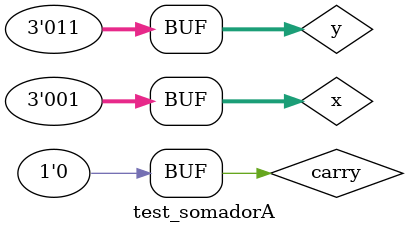
<source format=v>


// ------------------------- 
// nbit adder 
// ------------------------- 
module FullAdder(s, c_out, x, y, c_in);
  output s, c_out;
  input x, y, c_in;
  wire a, b, c;
// descrever por portas 
  xor (a, x, y);
  xor (s, a, c_in);   
  and (b, x, y);
  and (c, a, c_in);
  or (c_out, c, b);
endmodule //FullAdder

// ------------------------- 
// somador algebrico
// ------------------------- 
module somadorA(s, c_out, x, y, c_in);
  output [2:0] s;
  output c_out;
  input  [2:0] x, y;
  input c_in;
  wire c1, c2, z1, z2, z3, z4;
  // descrever por portas 
  xor (z1, y[0] , c_in);
  xor (z2, y[1] , c_in);
  xor (z3, y[2] , c_in);
  FullAdder FA0(s[0], c1, x[0], z1, c_in);
  FullAdder FA1(s[1], c2, x[1], z2, c1);
  FullAdder FA2(s[2], z4, x[2], z3, c2);
  xor (c_out, z4 , c_in);
endmodule //somadorA

// ------------------------- 
// equals0
// ------------------------- 
module equals0(s, x);
  output s;
  input [2:0] x;
  wire s1,s2,s3;
  
  // descrever por portas
  nor (s1, x[0], 0);
  nor (s2, x[1], 0);
  nor (s3, x[2], 0);
  assign s = (s1 & s2 & s3);
  
endmodule // equals0

// ------------------------- 
// plus/minus 1
// ------------------------- 
module plusMinus1(s, x);
  output [2:0]s;
  input [2:0] x;
  wire c_out;
  
  // descrever por portas
  somadorA somador(s, c_out, x, 001, 1); // -- c_in = 0 para operaçao de soma x + 0001
 
endmodule // plusMinus1

// ------------------------- 
// Comparador
// ------------------------- 
module comparador(s, x, y);
  output s;
  input [2:0] x, y;
  wire [2:0] sub;
  wire c_out;
  
  // descrever por portas
  somadorA somador(sub, c_out, x, y, 1); // -- c_in = 1 para operaçao de subtraçao x - y
  assign s = sub[2]; // --  caso sub[3] = 0 X > Y  caso sub[3] = 1 X < Y
  
endmodule // comparador


module test_somadorA; 
// ------------------------- definir dados 
reg [2:0] x; 
reg [2:0] y; 
reg carry; 
wire [2:0] soma;
wire c_out, e0, comp;
wire [2:0] x1; 

somadorA somador(soma, c_out, x, y, carry);
comparador comparador(comp, x, y);
equals0 equals(e0, soma);
// ------------------------- parte principal 
  initial
  begin
  $display("Exemplo0032 - Gabriel Benjamim de Carvalho - 396690"); 
  $display("Test Somador Algebrico - Comparador Aritmético"); 
  // projetar testes do somador complete 
  $monitor($time," x= %b y=%b /// Compare = %b (caso 0 X > Y caso 1 X < Y)\n", x, y, comp);
  end
  
  // Entradas
  initial
  begin
  $display("		Comparacao");
  x = 3'd2;y = 3'd4; carry =  1'b0;


  #5 x = 3'd2;y = 3'd4;
  #5 x = 3'd3;y = 3'd2;
  #5 x = 3'd2;y = 3'd1;
  #5 x = 3'd1;y = 3'd3;

  end
endmodule // test_fullAdder 
</source>
